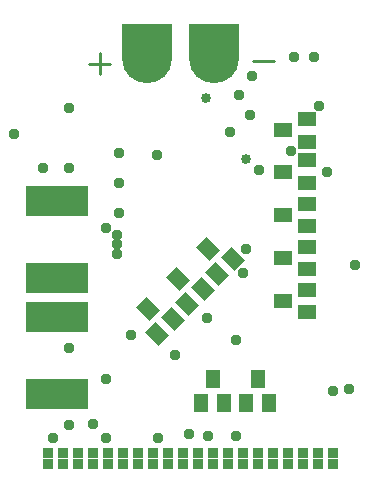
<source format=gbr>
G04 GENERATED BY PULSONIX 12.5 GERBER.DLL 9449*
G04 #@! TF.GenerationSoftware,Pulsonix,Pulsonix,12.5.9449*
G04 #@! TF.CreationDate,2024-02-09T14:36:55--1:00*
G04 #@! TF.Part,Single*
%FSLAX35Y35*%
%LPD*%
%MOMM*%
G04 #@! TF.FileFunction,Soldermask,Bot*
G04 #@! TF.FilePolarity,Negative*
G04 #@! TA.AperFunction,ViaPad*
%ADD96C,0.95400*%
%ADD97C,0.85400*%
G04 #@! TA.AperFunction,SMDPad,CuDef*
%AMT98*0 Rounded Rectangle pad*4,1,32,0.30261,0.42700,-0.30261,0.42700,-0.33029,0.42388,-0.35658,0.41468,-0.38016,0.39986,-0.39986,0.38017,-0.41468,0.35659,-0.42388,0.33030,-0.42700,0.30261,-0.42700,-0.30261,-0.42388,-0.33029,-0.41468,-0.35658,-0.39986,-0.38016,-0.38017,-0.39986,-0.35659,-0.41468,-0.33030,-0.42388,-0.30261,-0.42700,0.30261,-0.42700,0.33029,-0.42388,0.35658,-0.41468,0.38016,-0.39986,0.39986,-0.38017,0.41468,-0.35659,0.42388,-0.33030,0.42700,-0.30261,0.42700,0.30261,0.42388,0.33029,0.41468,0.35658,0.39986,0.38016,0.38017,0.39986,0.35659,0.41468,0.33030,0.42388,0.30261,0.42700,0*%
%ADD98T98*%
%ADD99R,0.68400X2.50400*%
%ADD100R,1.57480X1.24460*%
%AMT101*0 Rectangle Pad at angle 45*21,1,1.24460,1.57480,0,0,45*%
%ADD101T101*%
%ADD102R,1.24460X1.57480*%
G04 #@! TA.AperFunction,ComponentPad*
%AMT103*0 Bullet Pad at angle 180*1,1,4.25400,0.00000,-1.43850*21,1,4.25400,2.87699,0,0,180*%
%ADD103T103*%
G04 #@! TD.AperFunction*
%ADD104C,0.25400*%
G04 #@! TD.AperFunction*
X0Y0D02*
D02*
D96*
X469500Y3660375D03*
X707625Y3374625D03*
X796996Y1087000D03*
X929875Y1199750D03*
Y1850625D03*
Y3374625D03*
Y3882625D03*
X1130625Y1203865D03*
X1241496Y1087000D03*
X1242581Y1588798D03*
X1247375Y2866625D03*
X1338006Y2647882D03*
Y2727192D03*
Y2805668D03*
X1358500Y2993625D03*
Y3247625D03*
Y3501625D03*
X1453750Y1961750D03*
X1676000Y3485750D03*
X1685996Y1087000D03*
X1829125Y1785500D03*
X1948700Y1118750D03*
X2099000Y2103000D03*
X2104625Y1104500D03*
X2295125Y3676250D03*
X2342750Y1104500D03*
Y1914125D03*
X2368875Y3992125D03*
X2400625Y2484000D03*
X2432375Y2690375D03*
X2464125Y3817500D03*
X2483232Y4153924D03*
X2540500Y3357125D03*
X2813375Y3515875D03*
X2834875Y4311250D03*
X3009500D03*
X3051500Y3896875D03*
X3115000Y3341250D03*
X3168250Y1485500D03*
X3305500Y1499750D03*
X3353125Y2547500D03*
D02*
D97*
X2088750Y3962000D03*
X2432375Y3452375D03*
D02*
D98*
X749625Y862375D03*
Y962375D03*
X876625Y862375D03*
Y962375D03*
X1003625Y862375D03*
Y962375D03*
X1130625Y862375D03*
Y962375D03*
X1257625Y862375D03*
Y962375D03*
X1384625Y862375D03*
Y962375D03*
X1511625Y862375D03*
Y962375D03*
X1638625Y862375D03*
Y962375D03*
X1765625Y862375D03*
Y962375D03*
X1892625Y862375D03*
Y962375D03*
X2019625Y862375D03*
Y962375D03*
X2146625Y862375D03*
Y962375D03*
X2273625Y862375D03*
Y962375D03*
X2400625Y862375D03*
Y962375D03*
X2527625Y862375D03*
Y962375D03*
X2654625Y862375D03*
Y962375D03*
X2781625Y862375D03*
Y962375D03*
X2908625Y862375D03*
Y962375D03*
X3035625Y862375D03*
Y962375D03*
X3162625Y862375D03*
Y962375D03*
D02*
D99*
X601500Y1458000D03*
Y2113000D03*
Y2442250D03*
Y3097250D03*
X666500Y1458000D03*
Y2113000D03*
Y2442250D03*
Y3097250D03*
X731500Y1458000D03*
Y2113000D03*
Y2442250D03*
Y3097250D03*
X796500Y1458000D03*
Y2113000D03*
Y2442250D03*
Y3097250D03*
X861500Y1458000D03*
Y2113000D03*
Y2442250D03*
Y3097250D03*
X926500Y1458000D03*
Y2113000D03*
Y2442250D03*
Y3097250D03*
X991500Y1458000D03*
Y2113000D03*
Y2442250D03*
Y3097250D03*
X1056500Y1458000D03*
Y2113000D03*
Y2442250D03*
Y3097250D03*
D02*
D100*
X2743601Y2245875D03*
Y2611000D03*
Y2976125D03*
Y3341250D03*
Y3690500D03*
X2946649Y2150879D03*
Y2340871D03*
Y2516004D03*
Y2705996D03*
Y2881129D03*
Y3071121D03*
Y3246254D03*
Y3436246D03*
Y3595504D03*
Y3785496D03*
D02*
D101*
X1598587Y2174788D03*
X1674991Y1964039D03*
X1809336Y2098384D03*
X1852587Y2428788D03*
X1928991Y2218039D03*
X2063336Y2352384D03*
X2106587Y2682788D03*
X2182991Y2472039D03*
X2317336Y2606384D03*
D02*
D102*
X2051629Y1382351D03*
X2146625Y1585399D03*
X2241621Y1382351D03*
X2432629D03*
X2527625Y1585399D03*
X2622621Y1382351D03*
D02*
D103*
X1591000Y4444351D03*
X2162500D03*
D02*
D104*
X1192257Y4166750D02*
X1192257Y4346044D01*
X1102610Y4256397D02*
X1281904Y4256397D01*
X2670500Y4276007D02*
X2491206Y4276007D01*
X0Y0D02*
M02*

</source>
